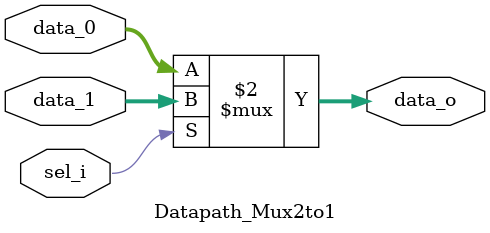
<source format=v>
module Datapath_Mux2to1(data_o, data_0, data_1, sel_i);
    
    parameter DATA_WITDH = 32;

    // Declare port type
    input [DATA_WITDH - 1:0] data_0, data_1;
    input sel_i;
    output [DATA_WITDH - 1:0] data_o;

    assign data_o = (sel_i == 1'b0) ? data_0 : data_1;

endmodule
</source>
